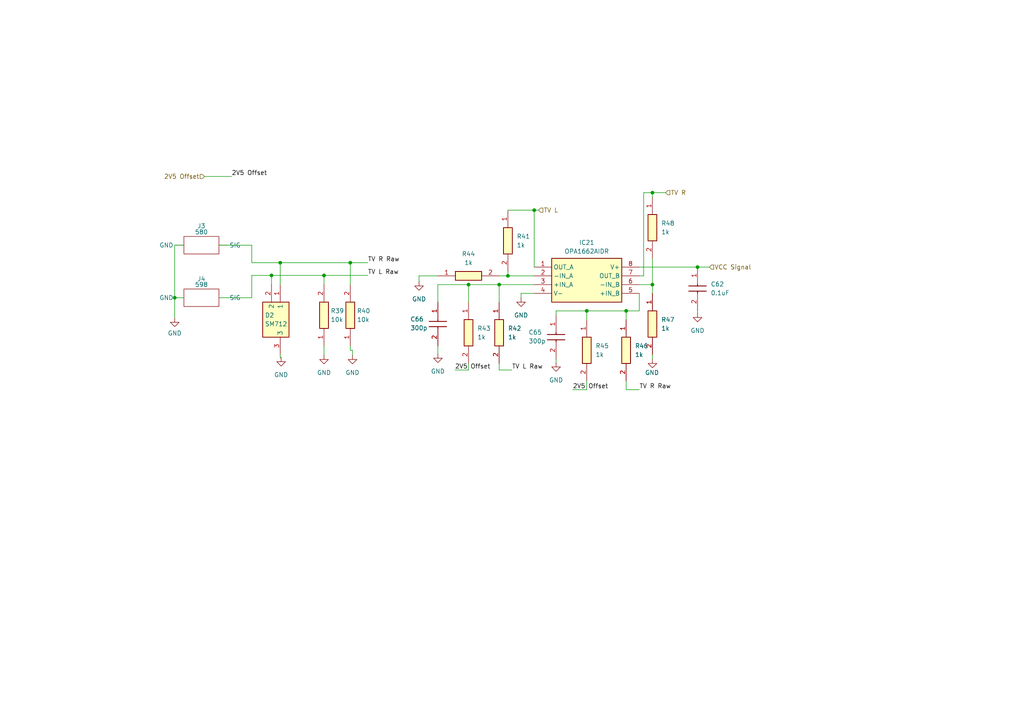
<source format=kicad_sch>
(kicad_sch (version 20230121) (generator eeschema)
  (paper "A4")
  (lib_symbols
    (symbol "Audio System:06035A301JAT2A" (pin_names hide)
      (property "Reference" "C" (at 8.89 6.35 0))
      (property "Value" "06035A301JAT2A" (at 8.89 3.81 0))
      (symbol "06035A301JAT2A_1_1"
        (polyline (pts (xy 5.08 0) (xy 5.588 0)) (stroke (width 0.254)))
        (polyline (pts (xy 5.588 2.54) (xy 5.588 -2.54)) (stroke (width 0.254)))
        (polyline (pts (xy 7.112 0) (xy 7.62 0)) (stroke (width 0.254)))
        (polyline (pts (xy 7.112 2.54) (xy 7.112 -2.54)) (stroke (width 0.254)))
        (pin passive line (at 0 0 0) (length 5.08) (name "1") (number "1"))
        (pin passive line (at 12.7 0 180) (length 5.08) (name "2") (number "2"))
      )
    )
    (symbol "Audio System:580"
      (property "Reference" "J" (at 0 0 0))
      (symbol "580_0_1"
        (rectangle (start -5.08 -1.27) (end 5.08 -6.35))
      )
      (symbol "580_1_1"
        (pin input line (at -5.08 -3.81 180) (length 2.54) (name "GND") (number ""))
        (pin input line (at 5.08 -3.81 0) (length 2.54) (name "SIG") (number ""))
      )
    )
    (symbol "Audio System:CL21B104KACNNNC" (pin_names hide)
      (property "Reference" "C" (at 8.89 6.35 0))
      (property "Value" "CL21B104KACNNNC" (at 8.89 3.81 0))
      (symbol "CL21B104KACNNNC_1_1"
        (polyline (pts (xy 5.08 0) (xy 5.588 0)) (stroke (width 0.254)))
        (polyline (pts (xy 5.588 2.54) (xy 5.588 -2.54)) (stroke (width 0.254)))
        (polyline (pts (xy 7.112 0) (xy 7.62 0)) (stroke (width 0.254)))
        (polyline (pts (xy 7.112 2.54) (xy 7.112 -2.54)) (stroke (width 0.254)))
        (pin passive line (at 0 0 0) (length 5.08) (name "1") (number "1"))
        (pin passive line (at 12.7 0 180) (length 5.08) (name "2") (number "2"))
      )
    )
    (symbol "Audio System:OPA1662AIDR"
      (property "Reference" "IC" (at 26.67 7.62 0))
      (property "Value" "OPA1662AIDR" (at 26.67 5.08 0))
      (symbol "OPA1662AIDR_1_1"
        (rectangle (start 5.08 2.54) (end 25.4 -10.16) (stroke (width 0.254)) (fill (type background)))
        (pin passive line (at 0 0 0) (length 5.08) (name "OUT_A") (number "1"))
        (pin passive line (at 0 -2.54 0) (length 5.08) (name "-IN_A") (number "2"))
        (pin passive line (at 0 -5.08 0) (length 5.08) (name "+IN_A") (number "3"))
        (pin passive line (at 0 -7.62 0) (length 5.08) (name "V-") (number "4"))
        (pin passive line (at 30.48 -7.62 180) (length 5.08) (name "+IN_B") (number "5"))
        (pin passive line (at 30.48 -5.08 180) (length 5.08) (name "-IN_B") (number "6"))
        (pin passive line (at 30.48 -2.54 180) (length 5.08) (name "OUT_B") (number "7"))
        (pin passive line (at 30.48 0 180) (length 5.08) (name "V+") (number "8"))
      )
    )
    (symbol "Audio System:RC0805FR-0710KL" (pin_names hide)
      (property "Reference" "R" (at 13.97 6.35 0))
      (property "Value" "RC0805FR-0710KL" (at 13.97 3.81 0))
      (symbol "RC0805FR-0710KL_1_1"
        (rectangle (start 5.08 1.27) (end 12.7 -1.27) (stroke (width 0.254)) (fill (type background)))
        (pin passive line (at 0 0 0) (length 5.08) (name "1") (number "1"))
        (pin passive line (at 17.78 0 180) (length 5.08) (name "2") (number "2"))
      )
    )
    (symbol "Audio System:RC0805FR-071KL" (pin_names hide)
      (property "Reference" "R" (at 13.97 6.35 0))
      (property "Value" "RC0805FR-071KL" (at 13.97 3.81 0))
      (symbol "RC0805FR-071KL_1_1"
        (rectangle (start 5.08 1.27) (end 12.7 -1.27) (stroke (width 0.254)) (fill (type background)))
        (pin passive line (at 0 0 0) (length 5.08) (name "1") (number "1"))
        (pin passive line (at 17.78 0 180) (length 5.08) (name "2") (number "2"))
      )
    )
    (symbol "Audio System:SM712"
      (property "Reference" "D" (at 16.51 7.62 0))
      (property "Value" "SM712" (at 16.51 5.08 0))
      (symbol "SM712_1_1"
        (rectangle (start 5.08 2.54) (end 15.24 -5.08) (stroke (width 0.254)) (fill (type background)))
        (pin passive line (at 0 0 0) (length 5.08) (name "1") (number "1"))
        (pin passive line (at 0 -2.54 0) (length 5.08) (name "2") (number "2"))
        (pin passive line (at 20.32 0 180) (length 5.08) (name "3") (number "3"))
      )
    )
    (symbol "power:GND" (power) (pin_names (offset 0))
      (property "Value" "GND" (at 0 -3.81 0))
      (symbol "GND_0_1"
        (polyline (pts (xy 0 0) (xy 0 -1.27) (xy 1.27 -1.27) (xy 0 -2.54) (xy -1.27 -1.27) (xy 0 -1.27)))
      )
      (symbol "GND_1_1"
        (pin power_in line (at 0 0 270) (length 0) hide (name "GND") (number "1"))
      )
    )
  )
  (junction (at 144.78 82.55))
  (junction (at 81.28 76.2))
  (junction (at 170.18 90.17))
  (junction (at 93.98 79.883))
  (junction (at 202.311 77.47))
  (junction (at 189.23 55.88))
  (junction (at 135.89 82.55))
  (junction (at 101.6 76.2))
  (junction (at 147.32 80.01))
  (junction (at 78.74 79.883))
  (junction (at 50.673 86.36))
  (junction (at 189.23 82.55))
  (junction (at 181.61 90.17))
  (junction (at 154.94 60.96))
  (wire (pts (xy 144.78 80.01) (xy 147.32 80.01)))
  (wire (pts (xy 147.32 60.96) (xy 154.94 60.96)))
  (wire (pts (xy 161.29 104.14) (xy 161.29 105.156)))
  (wire (pts (xy 81.28 76.2) (xy 101.6 76.2)))
  (wire (pts (xy 151.13 86.36) (xy 151.13 85.09)))
  (wire (pts (xy 81.28 82.55) (xy 81.28 76.2)))
  (wire (pts (xy 181.61 90.17) (xy 185.42 90.17)))
  (wire (pts (xy 189.23 82.55) (xy 185.42 82.55)))
  (wire (pts (xy 161.29 91.44) (xy 161.29 90.17)))
  (wire (pts (xy 181.61 113.03) (xy 185.42 113.03)))
  (wire (pts (xy 144.78 107.315) (xy 148.463 107.315)))
  (wire (pts (xy 127 87.63) (xy 127 82.55)))
  (wire (pts (xy 101.6 101.6) (xy 102.235 101.6)))
  (wire (pts (xy 189.23 82.55) (xy 189.23 85.09)))
  (wire (pts (xy 127 100.33) (xy 127 102.616)))
  (wire (pts (xy 170.18 90.17) (xy 170.18 92.71)))
  (wire (pts (xy 202.311 90.043) (xy 202.311 90.805)))
  (wire (pts (xy 78.74 82.55) (xy 78.74 79.883)))
  (wire (pts (xy 78.74 79.883) (xy 93.98 79.883)))
  (wire (pts (xy 121.539 80.01) (xy 121.539 81.661)))
  (wire (pts (xy 53.34 71.12) (xy 50.673 71.12)))
  (wire (pts (xy 144.78 82.55) (xy 144.78 87.63)))
  (wire (pts (xy 50.673 86.36) (xy 50.673 92.202)))
  (wire (pts (xy 73.025 76.2) (xy 81.28 76.2)))
  (wire (pts (xy 73.025 86.36) (xy 73.025 79.883)))
  (wire (pts (xy 181.61 90.17) (xy 181.61 92.71)))
  (wire (pts (xy 63.5 71.12) (xy 73.025 71.12)))
  (wire (pts (xy 189.23 55.88) (xy 193.04 55.88)))
  (wire (pts (xy 59.309 51.181) (xy 67.183 51.181)))
  (wire (pts (xy 189.23 74.93) (xy 189.23 82.55)))
  (wire (pts (xy 185.42 85.09) (xy 185.42 90.17)))
  (wire (pts (xy 53.34 86.36) (xy 50.673 86.36)))
  (wire (pts (xy 101.6 100.33) (xy 101.6 101.6)))
  (wire (pts (xy 127 82.55) (xy 135.89 82.55)))
  (wire (pts (xy 189.23 104.14) (xy 189.23 102.87)))
  (wire (pts (xy 185.42 77.47) (xy 202.311 77.47)))
  (wire (pts (xy 186.69 80.01) (xy 185.42 80.01)))
  (wire (pts (xy 186.69 55.88) (xy 186.69 80.01)))
  (wire (pts (xy 144.78 82.55) (xy 154.94 82.55)))
  (wire (pts (xy 147.32 78.74) (xy 147.32 80.01)))
  (wire (pts (xy 101.6 76.2) (xy 106.68 76.2)))
  (wire (pts (xy 102.235 101.6) (xy 102.235 102.997)))
  (wire (pts (xy 170.18 90.17) (xy 181.61 90.17)))
  (wire (pts (xy 202.311 77.47) (xy 202.311 77.343)))
  (wire (pts (xy 93.98 102.997) (xy 93.98 100.33)))
  (wire (pts (xy 73.025 71.12) (xy 73.025 76.2)))
  (wire (pts (xy 147.32 80.01) (xy 154.94 80.01)))
  (wire (pts (xy 93.98 79.883) (xy 106.68 79.883)))
  (wire (pts (xy 186.69 55.88) (xy 189.23 55.88)))
  (wire (pts (xy 93.98 82.55) (xy 93.98 79.883)))
  (wire (pts (xy 81.534 103.759) (xy 81.534 103.632)))
  (wire (pts (xy 121.539 80.01) (xy 127 80.01)))
  (wire (pts (xy 189.23 55.88) (xy 189.23 57.15)))
  (wire (pts (xy 202.311 77.47) (xy 205.74 77.47)))
  (wire (pts (xy 161.29 90.17) (xy 170.18 90.17)))
  (wire (pts (xy 101.6 76.2) (xy 101.6 82.55)))
  (wire (pts (xy 50.673 71.12) (xy 50.673 86.36)))
  (wire (pts (xy 135.89 82.55) (xy 144.78 82.55)))
  (wire (pts (xy 154.94 60.96) (xy 156.21 60.96)))
  (wire (pts (xy 81.28 102.87) (xy 81.28 103.759)))
  (wire (pts (xy 81.28 103.759) (xy 81.534 103.759)))
  (wire (pts (xy 166.116 113.03) (xy 170.18 113.03)))
  (wire (pts (xy 170.18 110.49) (xy 170.18 113.03)))
  (wire (pts (xy 131.953 107.315) (xy 135.89 107.315)))
  (wire (pts (xy 151.13 85.09) (xy 154.94 85.09)))
  (wire (pts (xy 63.5 86.36) (xy 73.025 86.36)))
  (wire (pts (xy 73.025 79.883) (xy 78.74 79.883)))
  (wire (pts (xy 181.61 113.03) (xy 181.61 110.49)))
  (wire (pts (xy 154.94 60.96) (xy 154.94 77.47)))
  (wire (pts (xy 135.89 105.41) (xy 135.89 107.315)))
  (wire (pts (xy 144.78 105.41) (xy 144.78 107.315)))
  (wire (pts (xy 135.89 82.55) (xy 135.89 87.63)))
  (label "TV R Raw" (at 106.68 76.2 0))
  (label "TV L Raw" (at 148.463 107.315 0))
  (label "TV R Raw" (at 185.42 113.03 0))
  (label "TV L Raw" (at 106.68 79.883 0))
  (label "2V5 Offset" (at 166.116 113.03 0))
  (label "2V5 Offset" (at 67.183 51.181 0))
  (label "2V5 Offset" (at 131.953 107.315 0))
  (hierarchical_label "VCC Signal" (shape input) (at 205.74 77.47 0))
  (hierarchical_label "2V5 Offset" (shape input) (at 59.309 51.181 180))
  (hierarchical_label "TV R" (shape input) (at 193.04 55.88 0))
  (hierarchical_label "TV L" (shape input) (at 156.21 60.96 0))
  (symbol (lib_id "Audio System:RC0805FR-071KL") (at 189.23 57.15 270) (unit 1)
    (property "Reference" "R48" (at 191.77 64.77 90) (effects (justify left)))
    (property "Value" "1k" (at 191.77 67.31 90) (effects (justify left)))
    (property "Footprint" "RESC2012X60N" (effects hide))
    (property "Datasheet" "https://www.yageo.com/upload/media/product/productsearch/datasheet/rchip/PYu-RC_Group_51_RoHS_L_11.pdf" (effects hide))
    (property "Height" "0.6" (effects hide))
    (property "Manufacturer_Name" "YAGEO" (effects hide))
    (property "Manufacturer_Part_Number" "RC0805FR-071KL" (effects hide))
    (property "Mouser Part Number" "603-RC0805FR-071KL" (effects hide))
    (property "Mouser Price/Stock" "https://www.mouser.co.uk/ProductDetail/YAGEO/RC0805FR-071KL?qs=1ogmaHw32WJjeGY0DHXakQ%3D%3D" (effects hide))
    (property "Arrow Part Number" "RC0805FR-071KL" (effects hide))
    (property "Arrow Price/Stock" "https://www.arrow.com/en/products/rc0805fr-071kl/yageo?region=europe" (effects hide))
  )
  (symbol (lib_id "power:GND") (at 102.235 102.997 0) (unit 1)
    (property "Reference" "#PWR081" (effects hide))
    (property "Value" "GND" (at 102.235 108.077 0))
  )
  (symbol (lib_id "Audio System:580") (at 58.42 67.31 0) (unit 1)
    (property "Reference" "J3" (at 58.42 65.532 0))
    (property "Value" "580" (at 58.42 67.31 0))
    (property "Datasheet" "https://www.keyelco.com/userAssets/file/M65p106.pdf" (effects hide))
  )
  (symbol (lib_id "Audio System:RC0805FR-071KL") (at 147.32 60.96 270) (unit 1)
    (property "Reference" "R41" (at 149.86 68.58 90) (effects (justify left)))
    (property "Value" "1k" (at 149.86 71.12 90) (effects (justify left)))
    (property "Footprint" "RESC2012X60N" (effects hide))
    (property "Datasheet" "https://www.yageo.com/upload/media/product/productsearch/datasheet/rchip/PYu-RC_Group_51_RoHS_L_11.pdf" (effects hide))
    (property "Height" "0.6" (effects hide))
    (property "Manufacturer_Name" "YAGEO" (effects hide))
    (property "Manufacturer_Part_Number" "RC0805FR-071KL" (effects hide))
    (property "Mouser Part Number" "603-RC0805FR-071KL" (effects hide))
    (property "Mouser Price/Stock" "https://www.mouser.co.uk/ProductDetail/YAGEO/RC0805FR-071KL?qs=1ogmaHw32WJjeGY0DHXakQ%3D%3D" (effects hide))
    (property "Arrow Part Number" "RC0805FR-071KL" (effects hide))
    (property "Arrow Price/Stock" "https://www.arrow.com/en/products/rc0805fr-071kl/yageo?region=europe" (effects hide))
  )
  (symbol (lib_id "Audio System:RC0805FR-071KL") (at 189.23 85.09 270) (unit 1)
    (property "Reference" "R47" (at 191.77 92.71 90) (effects (justify left)))
    (property "Value" "1k" (at 191.77 95.25 90) (effects (justify left)))
    (property "Footprint" "RESC2012X60N" (effects hide))
    (property "Datasheet" "https://www.yageo.com/upload/media/product/productsearch/datasheet/rchip/PYu-RC_Group_51_RoHS_L_11.pdf" (effects hide))
    (property "Height" "0.6" (effects hide))
    (property "Manufacturer_Name" "YAGEO" (effects hide))
    (property "Manufacturer_Part_Number" "RC0805FR-071KL" (effects hide))
    (property "Mouser Part Number" "603-RC0805FR-071KL" (effects hide))
    (property "Mouser Price/Stock" "https://www.mouser.co.uk/ProductDetail/YAGEO/RC0805FR-071KL?qs=1ogmaHw32WJjeGY0DHXakQ%3D%3D" (effects hide))
    (property "Arrow Part Number" "RC0805FR-071KL" (effects hide))
    (property "Arrow Price/Stock" "https://www.arrow.com/en/products/rc0805fr-071kl/yageo?region=europe" (effects hide))
  )
  (symbol (lib_id "Audio System:OPA1662AIDR") (at 154.94 77.47 0) (unit 1)
    (property "Reference" "IC21" (at 170.18 70.358 0))
    (property "Value" "OPA1662AIDR" (at 170.18 72.898 0))
    (property "Footprint" "SOIC127P600X175-8N" (effects hide))
    (property "Datasheet" "http://www.ti.com/lit/gpn/opa1662" (effects hide))
    (property "Height" "1.75" (effects hide))
    (property "Manufacturer_Name" "Texas Instruments" (effects hide))
    (property "Manufacturer_Part_Number" "OPA1662AIDR" (effects hide))
    (property "Mouser Part Number" "595-OPA1662AIDR" (effects hide))
    (property "Mouser Price/Stock" "https://www.mouser.co.uk/ProductDetail/Texas-Instruments/OPA1662AIDR?qs=3jfYfyvUSwA77ydpHINFPQ%3D%3D" (effects hide))
    (property "Arrow Part Number" "OPA1662AIDR" (effects hide))
    (property "Arrow Price/Stock" "https://www.arrow.com/en/products/opa1662aidr/texas-instruments?region=nac" (effects hide))
  )
  (symbol (lib_id "Audio System:RC0805FR-071KL") (at 127 80.01 0) (unit 1)
    (property "Reference" "R44" (at 135.89 73.66 0))
    (property "Value" "1k" (at 135.89 76.2 0))
    (property "Footprint" "RESC2012X60N" (effects hide))
    (property "Datasheet" "https://www.yageo.com/upload/media/product/productsearch/datasheet/rchip/PYu-RC_Group_51_RoHS_L_11.pdf" (effects hide))
    (property "Height" "0.6" (effects hide))
    (property "Manufacturer_Name" "YAGEO" (effects hide))
    (property "Manufacturer_Part_Number" "RC0805FR-071KL" (effects hide))
    (property "Mouser Part Number" "603-RC0805FR-071KL" (effects hide))
    (property "Mouser Price/Stock" "https://www.mouser.co.uk/ProductDetail/YAGEO/RC0805FR-071KL?qs=1ogmaHw32WJjeGY0DHXakQ%3D%3D" (effects hide))
    (property "Arrow Part Number" "RC0805FR-071KL" (effects hide))
    (property "Arrow Price/Stock" "https://www.arrow.com/en/products/rc0805fr-071kl/yageo?region=europe" (effects hide))
  )
  (symbol (lib_id "Audio System:RC0805FR-071KL") (at 135.89 87.63 270) (unit 1)
    (property "Reference" "R43" (at 138.43 95.25 90) (effects (justify left)))
    (property "Value" "1k" (at 138.43 97.79 90) (effects (justify left)))
    (property "Footprint" "RESC2012X60N" (effects hide))
    (property "Datasheet" "https://www.yageo.com/upload/media/product/productsearch/datasheet/rchip/PYu-RC_Group_51_RoHS_L_11.pdf" (effects hide))
    (property "Height" "0.6" (effects hide))
    (property "Manufacturer_Name" "YAGEO" (effects hide))
    (property "Manufacturer_Part_Number" "RC0805FR-071KL" (effects hide))
    (property "Mouser Part Number" "603-RC0805FR-071KL" (effects hide))
    (property "Mouser Price/Stock" "https://www.mouser.co.uk/ProductDetail/YAGEO/RC0805FR-071KL?qs=1ogmaHw32WJjeGY0DHXakQ%3D%3D" (effects hide))
    (property "Arrow Part Number" "RC0805FR-071KL" (effects hide))
    (property "Arrow Price/Stock" "https://www.arrow.com/en/products/rc0805fr-071kl/yageo?region=europe" (effects hide))
  )
  (symbol (lib_id "power:GND") (at 81.534 103.632 0) (unit 1)
    (property "Reference" "#PWR082" (effects hide))
    (property "Value" "GND" (at 81.534 108.712 0))
  )
  (symbol (lib_id "power:GND") (at 189.23 104.14 0) (unit 1)
    (property "Reference" "#PWR088" (effects hide))
    (property "Value" "GND" (at 189.103 108.077 0))
  )
  (symbol (lib_id "Audio System:06035A301JAT2A") (at 161.29 91.44 270) (unit 1)
    (property "Reference" "C65" (at 153.289 96.393 90) (effects (justify left)))
    (property "Value" "300p" (at 153.289 98.933 90) (effects (justify left)))
    (property "Footprint" "CAPC1608X90N" (effects hide))
    (property "Datasheet" "https://componentsearchengine.com/Datasheets/1/06031A100FAT2A.pdf" (effects hide))
    (property "Height" "0.9" (effects hide))
    (property "Manufacturer_Name" "Kyocera AVX" (effects hide))
    (property "Manufacturer_Part_Number" "06035A301JAT2A" (effects hide))
    (property "Mouser Part Number" "581-06035A301J" (effects hide))
    (property "Mouser Price/Stock" "https://www.mouser.com/Search/Refine.aspx?Keyword=581-06035A301J" (effects hide))
    (property "Arrow Part Number" "06035A301JAT2A" (effects hide))
    (property "Arrow Price/Stock" "https://www.arrow.com/en/products/06035a301jat2a/avx" (effects hide))
  )
  (symbol (lib_id "power:GND") (at 50.673 92.202 0) (unit 1)
    (property "Reference" "#PWR079" (effects hide))
    (property "Value" "GND" (at 50.673 96.647 0))
  )
  (symbol (lib_id "power:GND") (at 93.98 102.997 0) (unit 1)
    (property "Reference" "#PWR080" (effects hide))
    (property "Value" "GND" (at 93.98 108.077 0))
  )
  (symbol (lib_id "power:GND") (at 161.29 105.156 0) (unit 1)
    (property "Reference" "#PWR091" (effects hide))
    (property "Value" "GND" (at 161.29 110.236 0))
  )
  (symbol (lib_id "power:GND") (at 121.539 81.661 0) (unit 1)
    (property "Reference" "#PWR087" (effects hide))
    (property "Value" "GND" (at 121.539 86.741 0))
  )
  (symbol (lib_id "power:GND") (at 202.311 90.805 0) (unit 1)
    (property "Reference" "#PWR085" (effects hide))
    (property "Value" "GND" (at 202.311 95.885 0))
  )
  (symbol (lib_id "power:GND") (at 127 102.616 0) (unit 1)
    (property "Reference" "#PWR092" (effects hide))
    (property "Value" "GND" (at 127 107.696 0))
  )
  (symbol (lib_id "Audio System:SM712") (at 81.28 82.55 270) (unit 1)
    (property "Reference" "D2" (at 76.835 91.44 90) (effects (justify left)))
    (property "Value" "SM712" (at 76.835 93.98 90) (effects (justify left)))
    (property "Footprint" "SOT95P237X120-3N" (effects hide))
    (property "Datasheet" "https://semtech.my.salesforce.com/sfc/p/E0000000JelG/a/440000001MKW/f6pBKheIN2CeR0DxWdS3THuJ7nh4aKYltSzghsLP5iw" (effects hide))
    (property "Height" "1.2" (effects hide))
    (property "Manufacturer_Name" "SEMTECH" (effects hide))
    (property "Manufacturer_Part_Number" "SM712" (effects hide))
  )
  (symbol (lib_id "Audio System:RC0805FR-0710KL") (at 101.6 100.33 90) (unit 1)
    (property "Reference" "R40" (at 103.505 90.17 90) (effects (justify right)))
    (property "Value" "10k" (at 103.505 92.71 90) (effects (justify right)))
    (property "Footprint" "RESC2012X60N" (effects hide))
    (property "Datasheet" "https://www.yageo.com/upload/media/product/productsearch/datasheet/rchip/PYu-RC_Group_51_RoHS_L_11.pdf" (effects hide))
    (property "Height" "0.6" (effects hide))
    (property "Manufacturer_Name" "YAGEO" (effects hide))
    (property "Manufacturer_Part_Number" "RC0805FR-0710KL" (effects hide))
    (property "Mouser Part Number" "603-RC0805FR-0710KL" (effects hide))
    (property "Mouser Price/Stock" "https://www.mouser.co.uk/ProductDetail/YAGEO/RC0805FR-0710KL?qs=7bY8808IzHq6vrU3BeiiYw%3D%3D" (effects hide))
    (property "Arrow Part Number" "RC0805FR-0710KL" (effects hide))
    (property "Arrow Price/Stock" "https://www.arrow.com/en/products/rc0805fr-0710kl/yageo?region=nac" (effects hide))
  )
  (symbol (lib_id "power:GND") (at 151.13 86.36 0) (unit 1)
    (property "Reference" "#PWR083" (effects hide))
    (property "Value" "GND" (at 151.13 91.44 0))
  )
  (symbol (lib_id "Audio System:06035A301JAT2A") (at 127 87.63 270) (unit 1)
    (property "Reference" "C66" (at 118.999 92.583 90) (effects (justify left)))
    (property "Value" "300p" (at 118.999 95.123 90) (effects (justify left)))
    (property "Footprint" "CAPC1608X90N" (effects hide))
    (property "Datasheet" "https://componentsearchengine.com/Datasheets/1/06031A100FAT2A.pdf" (effects hide))
    (property "Height" "0.9" (effects hide))
    (property "Manufacturer_Name" "Kyocera AVX" (effects hide))
    (property "Manufacturer_Part_Number" "06035A301JAT2A" (effects hide))
    (property "Mouser Part Number" "581-06035A301J" (effects hide))
    (property "Mouser Price/Stock" "https://www.mouser.com/Search/Refine.aspx?Keyword=581-06035A301J" (effects hide))
    (property "Arrow Part Number" "06035A301JAT2A" (effects hide))
    (property "Arrow Price/Stock" "https://www.arrow.com/en/products/06035a301jat2a/avx" (effects hide))
  )
  (symbol (lib_id "Audio System:RC0805FR-071KL") (at 170.18 92.71 270) (unit 1)
    (property "Reference" "R45" (at 172.72 100.33 90) (effects (justify left)))
    (property "Value" "1k" (at 172.72 102.87 90) (effects (justify left)))
    (property "Footprint" "RESC2012X60N" (effects hide))
    (property "Datasheet" "https://www.yageo.com/upload/media/product/productsearch/datasheet/rchip/PYu-RC_Group_51_RoHS_L_11.pdf" (effects hide))
    (property "Height" "0.6" (effects hide))
    (property "Manufacturer_Name" "YAGEO" (effects hide))
    (property "Manufacturer_Part_Number" "RC0805FR-071KL" (effects hide))
    (property "Mouser Part Number" "603-RC0805FR-071KL" (effects hide))
    (property "Mouser Price/Stock" "https://www.mouser.co.uk/ProductDetail/YAGEO/RC0805FR-071KL?qs=1ogmaHw32WJjeGY0DHXakQ%3D%3D" (effects hide))
    (property "Arrow Part Number" "RC0805FR-071KL" (effects hide))
    (property "Arrow Price/Stock" "https://www.arrow.com/en/products/rc0805fr-071kl/yageo?region=europe" (effects hide))
  )
  (symbol (lib_id "Audio System:580") (at 58.42 82.55 0) (unit 1)
    (property "Reference" "J4" (at 58.42 80.899 0))
    (property "Value" "598" (at 58.42 82.55 0))
    (property "Datasheet" "https://www.keyelco.com/userAssets/file/M65p106.pdf" (effects hide))
  )
  (symbol (lib_id "Audio System:RC0805FR-0710KL") (at 93.98 100.33 90) (unit 1)
    (property "Reference" "R39" (at 95.885 90.17 90) (effects (justify right)))
    (property "Value" "10k" (at 95.885 92.71 90) (effects (justify right)))
    (property "Footprint" "RESC2012X60N" (effects hide))
    (property "Datasheet" "https://www.yageo.com/upload/media/product/productsearch/datasheet/rchip/PYu-RC_Group_51_RoHS_L_11.pdf" (effects hide))
    (property "Height" "0.6" (effects hide))
    (property "Manufacturer_Name" "YAGEO" (effects hide))
    (property "Manufacturer_Part_Number" "RC0805FR-0710KL" (effects hide))
    (property "Mouser Part Number" "603-RC0805FR-0710KL" (effects hide))
    (property "Mouser Price/Stock" "https://www.mouser.co.uk/ProductDetail/YAGEO/RC0805FR-0710KL?qs=7bY8808IzHq6vrU3BeiiYw%3D%3D" (effects hide))
    (property "Arrow Part Number" "RC0805FR-0710KL" (effects hide))
    (property "Arrow Price/Stock" "https://www.arrow.com/en/products/rc0805fr-0710kl/yageo?region=nac" (effects hide))
  )
  (symbol (lib_id "Audio System:CL21B104KACNNNC") (at 202.311 77.343 270) (unit 1)
    (property "Reference" "C62" (at 206.121 82.423 90) (effects (justify left)))
    (property "Value" "0.1uF" (at 206.121 84.963 90) (effects (justify left)))
    (property "Footprint" "CAPC2012X95N" (effects hide))
    (property "Datasheet" "https://datasheet.datasheetarchive.com/originals/distributors/Datasheets_SAMA/d386d22b0a987b72828538897455b4c4.pdf" (effects hide))
    (property "Height" "0.95" (effects hide))
    (property "Manufacturer_Name" "SAMSUNG" (effects hide))
    (property "Manufacturer_Part_Number" "CL21B104KACNNNC" (effects hide))
    (property "Mouser Part Number" "187-CL21B104KACNNNC" (effects hide))
    (property "Mouser Price/Stock" "https://www.mouser.co.uk/ProductDetail/Samsung-Electro-Mechanics/CL21B104KACNNNC?qs=yOVawPpwOwnhB47kNbieFw%3D%3D" (effects hide))
    (property "Arrow Part Number" "CL21B104KACNNNC" (effects hide))
    (property "Arrow Price/Stock" "https://www.arrow.com/en/products/cl21b104kacnnnc/samsung-electro-mechanics?region=nac" (effects hide))
  )
  (symbol (lib_id "Audio System:RC0805FR-071KL") (at 181.61 92.71 270) (unit 1)
    (property "Reference" "R46" (at 184.15 100.33 90) (effects (justify left)))
    (property "Value" "1k" (at 184.15 102.87 90) (effects (justify left)))
    (property "Footprint" "RESC2012X60N" (effects hide))
    (property "Datasheet" "https://www.yageo.com/upload/media/product/productsearch/datasheet/rchip/PYu-RC_Group_51_RoHS_L_11.pdf" (effects hide))
    (property "Height" "0.6" (effects hide))
    (property "Manufacturer_Name" "YAGEO" (effects hide))
    (property "Manufacturer_Part_Number" "RC0805FR-071KL" (effects hide))
    (property "Mouser Part Number" "603-RC0805FR-071KL" (effects hide))
    (property "Mouser Price/Stock" "https://www.mouser.co.uk/ProductDetail/YAGEO/RC0805FR-071KL?qs=1ogmaHw32WJjeGY0DHXakQ%3D%3D" (effects hide))
    (property "Arrow Part Number" "RC0805FR-071KL" (effects hide))
    (property "Arrow Price/Stock" "https://www.arrow.com/en/products/rc0805fr-071kl/yageo?region=europe" (effects hide))
  )
  (symbol (lib_id "Audio System:RC0805FR-071KL") (at 144.78 87.63 270) (unit 1)
    (property "Reference" "R42" (at 147.32 95.25 90) (effects (justify left)))
    (property "Value" "1k" (at 147.32 97.79 90) (effects (justify left)))
    (property "Footprint" "RESC2012X60N" (effects hide))
    (property "Datasheet" "https://www.yageo.com/upload/media/product/productsearch/datasheet/rchip/PYu-RC_Group_51_RoHS_L_11.pdf" (effects hide))
    (property "Height" "0.6" (effects hide))
    (property "Manufacturer_Name" "YAGEO" (effects hide))
    (property "Manufacturer_Part_Number" "RC0805FR-071KL" (effects hide))
    (property "Mouser Part Number" "603-RC0805FR-071KL" (effects hide))
    (property "Mouser Price/Stock" "https://www.mouser.co.uk/ProductDetail/YAGEO/RC0805FR-071KL?qs=1ogmaHw32WJjeGY0DHXakQ%3D%3D" (effects hide))
    (property "Arrow Part Number" "RC0805FR-071KL" (effects hide))
    (property "Arrow Price/Stock" "https://www.arrow.com/en/products/rc0805fr-071kl/yageo?region=europe" (effects hide))
  )
)
</source>
